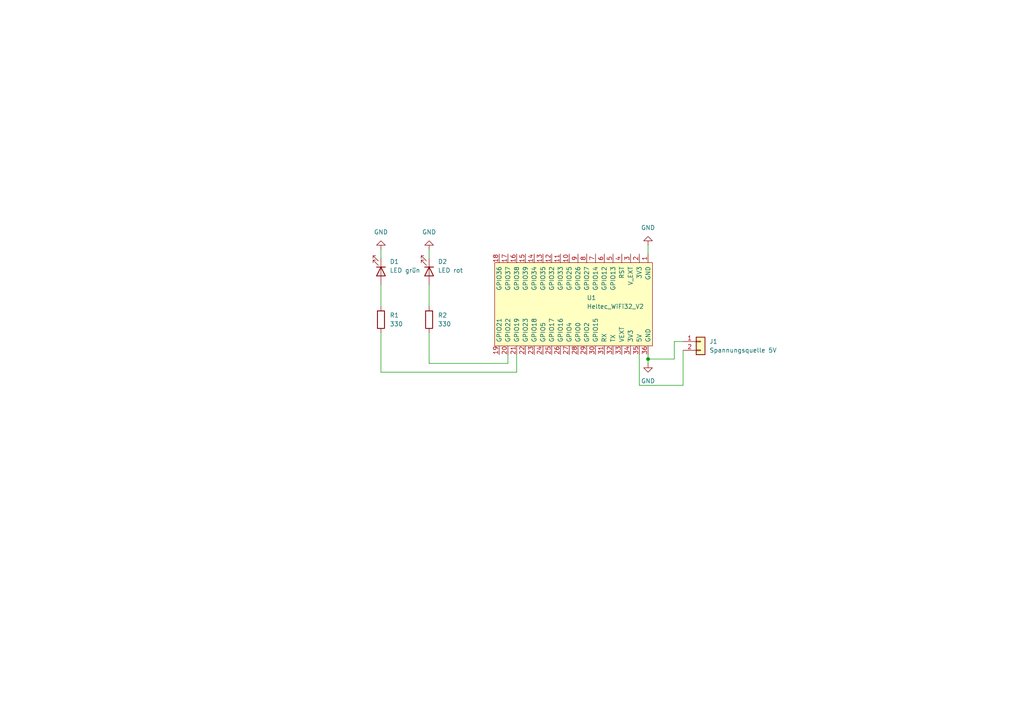
<source format=kicad_sch>
(kicad_sch (version 20211123) (generator eeschema)
  (paper "A4")
  (lib_symbols
    (symbol "Connector_Generic:Conn_01x02" (pin_names (offset 1.016) hide)
      (property "Reference" "J" (at 0 2.54 0))
      (property "Value" "Conn_01x02" (at 0 -5.08 0))
      (symbol "Conn_01x02_1_1"
        (rectangle (start -1.27 -2.413) (end 0 -2.667) (stroke (width 0.1524)))
        (rectangle (start -1.27 0.127) (end 0 -0.127) (stroke (width 0.1524)))
        (rectangle (start -1.27 1.27) (end 1.27 -3.81) (stroke (width 0.254)) (fill (type background)))
        (pin passive line (at -5.08 0 0) (length 3.81) (name "Pin_1") (number "1"))
        (pin passive line (at -5.08 -2.54 0) (length 3.81) (name "Pin_2") (number "2"))
      )
    )
    (symbol "Device:LED" (pin_numbers hide) (pin_names (offset 1.016) hide)
      (property "Reference" "D" (at 0 2.54 0))
      (property "Value" "LED" (at 0 -2.54 0))
      (symbol "LED_0_1"
        (polyline (pts (xy -1.27 -1.27) (xy -1.27 1.27)) (stroke (width 0.254)))
        (polyline (pts (xy -1.27 0) (xy 1.27 0)))
        (polyline (pts (xy 1.27 -1.27) (xy 1.27 1.27) (xy -1.27 0) (xy 1.27 -1.27)) (stroke (width 0.254)))
        (polyline (pts (xy -3.048 -0.762) (xy -4.572 -2.286) (xy -3.81 -2.286) (xy -4.572 -2.286) (xy -4.572 -1.524)))
        (polyline (pts (xy -1.778 -0.762) (xy -3.302 -2.286) (xy -2.54 -2.286) (xy -3.302 -2.286) (xy -3.302 -1.524)))
      )
      (symbol "LED_1_1"
        (pin passive line (at -3.81 0 0) (length 2.54) (name "K") (number "1"))
        (pin passive line (at 3.81 0 180) (length 2.54) (name "A") (number "2"))
      )
    )
    (symbol "Device:R" (pin_numbers hide) (pin_names (offset 0))
      (property "Reference" "R" (at 2.032 0 90))
      (property "Value" "R" (at 0 0 90))
      (symbol "R_0_1"
        (rectangle (start -1.016 -2.54) (end 1.016 2.54) (stroke (width 0.254)))
      )
      (symbol "R_1_1"
        (pin passive line (at 0 3.81 270) (length 1.27) (name "~") (number "1"))
        (pin passive line (at 0 -3.81 90) (length 1.27) (name "~") (number "2"))
      )
    )
    (symbol "HeltecWifi32:Heltec_WiFi32_V2" (pin_names (offset 1.016))
      (property "Reference" "U?" (at -3.0606 -20.32 0))
      (property "Value" "Heltec_WiFi32_V2" (at -8.1406 -24.13 0))
      (symbol "Heltec_WiFi32_V2_0_1"
        (rectangle (start -12.7 22.86) (end 11.43 -22.86) (fill (type background)))
      )
      (symbol "Heltec_WiFi32_V2_1_1"
        (pin power_in line (at -15.24 21.59 0) (length 2.54) (name "GND") (number "1"))
        (pin bidirectional line (at -15.24 -1.27 0) (length 2.54) (name "GPIO25") (number "10"))
        (pin bidirectional line (at -15.24 -3.81 0) (length 2.54) (name "GPIO33") (number "11"))
        (pin bidirectional line (at -15.24 -6.35 0) (length 2.54) (name "GPIO32") (number "12"))
        (pin bidirectional line (at -15.24 -8.89 0) (length 2.54) (name "GPIO35") (number "13"))
        (pin bidirectional line (at -15.24 -11.43 0) (length 2.54) (name "GPIO34") (number "14"))
        (pin bidirectional line (at -15.24 -13.97 0) (length 2.54) (name "GPIO39") (number "15"))
        (pin bidirectional line (at -15.24 -16.51 0) (length 2.54) (name "GPIO38") (number "16"))
        (pin bidirectional line (at -15.24 -19.05 0) (length 2.54) (name "GPIO37") (number "17"))
        (pin bidirectional line (at -15.24 -21.59 0) (length 2.54) (name "GPIO36") (number "18"))
        (pin bidirectional line (at 13.97 -21.59 180) (length 2.54) (name "GPIO21") (number "19"))
        (pin power_in line (at -15.24 19.05 0) (length 2.54) (name "3V3") (number "2"))
        (pin bidirectional line (at 13.97 -19.05 180) (length 2.54) (name "GPIO22") (number "20"))
        (pin bidirectional line (at 13.97 -16.51 180) (length 2.54) (name "GPIO19") (number "21"))
        (pin bidirectional line (at 13.97 -13.97 180) (length 2.54) (name "GPIO23") (number "22"))
        (pin bidirectional line (at 13.97 -11.43 180) (length 2.54) (name "GPIO18") (number "23"))
        (pin bidirectional line (at 13.97 -8.89 180) (length 2.54) (name "GPIO5") (number "24"))
        (pin bidirectional line (at 13.97 -6.35 180) (length 2.54) (name "GPIO17") (number "25"))
        (pin bidirectional line (at 13.97 -3.81 180) (length 2.54) (name "GPIO16") (number "26"))
        (pin bidirectional line (at 13.97 -1.27 180) (length 2.54) (name "GPIO4") (number "27"))
        (pin bidirectional line (at 13.97 1.27 180) (length 2.54) (name "GPIO0") (number "28"))
        (pin bidirectional line (at 13.97 3.81 180) (length 2.54) (name "GPIO2") (number "29"))
        (pin power_in line (at -15.24 16.51 0) (length 2.54) (name "V_EXT") (number "3"))
        (pin bidirectional line (at 13.97 6.35 180) (length 2.54) (name "GPIO15") (number "30"))
        (pin bidirectional line (at 13.97 8.89 180) (length 2.54) (name "RX") (number "31"))
        (pin bidirectional line (at 13.97 11.43 180) (length 2.54) (name "TX") (number "32"))
        (pin bidirectional line (at 13.97 13.97 180) (length 2.54) (name "VEXT") (number "33"))
        (pin power_in line (at 13.97 16.51 180) (length 2.54) (name "3V3") (number "34"))
        (pin power_in line (at 13.97 19.05 180) (length 2.54) (name "5V") (number "35"))
        (pin power_in line (at 13.97 21.59 180) (length 2.54) (name "GND") (number "36"))
        (pin power_in line (at -15.24 13.97 0) (length 2.54) (name "RST") (number "4"))
        (pin bidirectional line (at -15.24 11.43 0) (length 2.54) (name "GPIO13") (number "5"))
        (pin bidirectional line (at -15.24 8.89 0) (length 2.54) (name "GPIO12") (number "6"))
        (pin input line (at -15.24 6.35 0) (length 2.54) (name "GPIO14") (number "7"))
        (pin bidirectional line (at -15.24 3.81 0) (length 2.54) (name "GPIO27") (number "8"))
        (pin bidirectional line (at -15.24 1.27 0) (length 2.54) (name "GPIO26") (number "9"))
      )
    )
    (symbol "power:GND" (power) (pin_names (offset 0))
      (property "Value" "GND" (at 0 -3.81 0))
      (symbol "GND_0_1"
        (polyline (pts (xy 0 0) (xy 0 -1.27) (xy 1.27 -1.27) (xy 0 -2.54) (xy -1.27 -1.27) (xy 0 -1.27)))
      )
      (symbol "GND_1_1"
        (pin power_in line (at 0 0 270) (length 0) hide (name "GND") (number "1"))
      )
    )
  )
  (junction (at 187.96 104.14))
  (wire (pts (xy 110.49 72.39) (xy 110.49 74.93)))
  (wire (pts (xy 187.96 71.12) (xy 187.96 73.66)))
  (wire (pts (xy 187.96 104.14) (xy 195.58 104.14)))
  (wire (pts (xy 124.46 72.39) (xy 124.46 74.93)))
  (wire (pts (xy 185.42 102.87) (xy 185.42 111.76)))
  (wire (pts (xy 149.86 107.95) (xy 110.49 107.95)))
  (wire (pts (xy 185.42 111.76) (xy 198.12 111.76)))
  (wire (pts (xy 124.46 105.41) (xy 147.32 105.41)))
  (wire (pts (xy 124.46 82.55) (xy 124.46 88.9)))
  (wire (pts (xy 124.46 96.52) (xy 124.46 105.41)))
  (wire (pts (xy 195.58 104.14) (xy 195.58 99.06)))
  (wire (pts (xy 195.58 99.06) (xy 198.12 99.06)))
  (wire (pts (xy 187.96 102.87) (xy 187.96 104.14)))
  (wire (pts (xy 110.49 96.52) (xy 110.49 107.95)))
  (wire (pts (xy 110.49 82.55) (xy 110.49 88.9)))
  (wire (pts (xy 187.96 104.14) (xy 187.96 105.41)))
  (wire (pts (xy 149.86 102.87) (xy 149.86 107.95)))
  (wire (pts (xy 198.12 111.76) (xy 198.12 101.6)))
  (wire (pts (xy 147.32 102.87) (xy 147.32 105.41)))
  (symbol (lib_id "Device:LED") (at 124.46 78.74 270) (unit 1)
    (property "Reference" "D2" (at 127 75.8824 90) (effects (justify left)))
    (property "Value" "LED rot" (at 127 78.4224 90) (effects (justify left)))
    (property "Footprint" "LED_THT:LED_D5.0mm" (effects hide))
  )
  (symbol (lib_id "Device:LED") (at 110.49 78.74 270) (unit 1)
    (property "Reference" "D1" (at 113.03 75.8824 90) (effects (justify left)))
    (property "Value" "LED grün" (at 113.03 78.4224 90) (effects (justify left)))
    (property "Footprint" "LED_THT:LED_D5.0mm" (effects hide))
  )
  (symbol (lib_id "power:GND") (at 187.96 105.41 0) (unit 1)
    (property "Reference" "#PWR0101" (effects hide))
    (property "Value" "GND" (at 187.96 110.49 0))
  )
  (symbol (lib_id "power:GND") (at 110.49 72.39 180) (unit 1)
    (property "Reference" "#PWR?" (effects hide))
    (property "Value" "GND" (at 110.49 67.31 0))
  )
  (symbol (lib_id "HeltecWifi32:Heltec_WiFi32_V2") (at 166.37 88.9 270) (unit 1)
    (property "Reference" "U1" (at 170.18 86.36 90) (effects (justify left)))
    (property "Value" "Heltec_WiFi32_V2" (at 170.18 88.9 90) (effects (justify left)))
    (property "Footprint" "HeltecLibs:HeltecWifi32" (effects hide))
  )
  (symbol (lib_id "Device:R") (at 124.46 92.71 0) (unit 1)
    (property "Reference" "R2" (at 127 91.4399 0) (effects (justify left)))
    (property "Value" "330" (at 127 93.9799 0) (effects (justify left)))
    (property "Footprint" "Resistor_THT:R_Axial_DIN0207_L6.3mm_D2.5mm_P10.16mm_Horizontal" (effects hide))
  )
  (symbol (lib_id "Device:R") (at 110.49 92.71 0) (unit 1)
    (property "Reference" "R1" (at 113.03 91.4399 0) (effects (justify left)))
    (property "Value" "330" (at 113.03 93.9799 0) (effects (justify left)))
    (property "Footprint" "Resistor_THT:R_Axial_DIN0207_L6.3mm_D2.5mm_P10.16mm_Horizontal" (effects hide))
  )
  (symbol (lib_id "Connector_Generic:Conn_01x02") (at 203.2 99.06 0) (unit 1)
    (property "Reference" "J1" (at 205.74 99.0599 0) (effects (justify left)))
    (property "Value" "Spannungsquelle 5V" (at 205.74 101.5999 0) (effects (justify left)))
    (property "Footprint" "Connector_PinSocket_2.54mm:PinSocket_1x02_P2.54mm_Vertical" (effects hide))
  )
  (symbol (lib_id "power:GND") (at 187.96 71.12 180) (unit 1)
    (property "Reference" "#PWR0102" (effects hide))
    (property "Value" "GND" (at 187.96 66.04 0))
  )
  (symbol (lib_id "power:GND") (at 124.46 72.39 180) (unit 1)
    (property "Reference" "#PWR?" (effects hide))
    (property "Value" "GND" (at 124.46 67.31 0))
  )
)
</source>
